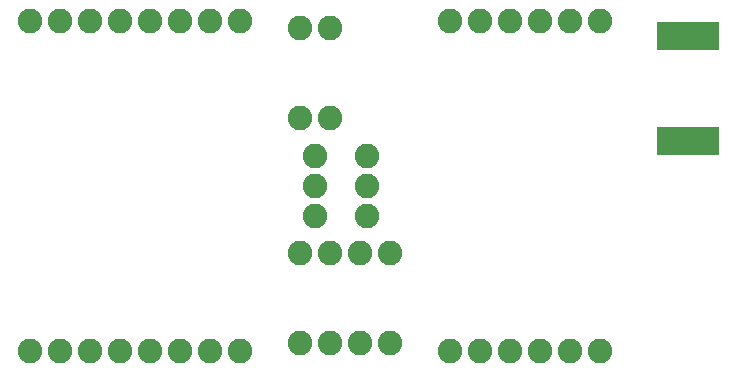
<source format=gbs>
G75*
%MOIN*%
%OFA0B0*%
%FSLAX25Y25*%
%IPPOS*%
%LPD*%
%AMOC8*
5,1,8,0,0,1.08239X$1,22.5*
%
%ADD10R,0.20800X0.09800*%
%ADD11C,0.08200*%
D10*
X0321113Y0130433D03*
X0321113Y0165233D03*
D11*
X0101588Y0060333D03*
X0111588Y0060333D03*
X0121588Y0060333D03*
X0131588Y0060333D03*
X0141588Y0060333D03*
X0151588Y0060333D03*
X0161588Y0060333D03*
X0171588Y0060333D03*
X0191588Y0062833D03*
X0201588Y0062833D03*
X0211588Y0062833D03*
X0221588Y0062833D03*
X0241588Y0060333D03*
X0251588Y0060333D03*
X0261588Y0060333D03*
X0271588Y0060333D03*
X0281588Y0060333D03*
X0291588Y0060333D03*
X0221588Y0092833D03*
X0211588Y0092833D03*
X0201588Y0092833D03*
X0191588Y0092833D03*
X0196588Y0105333D03*
X0214088Y0105333D03*
X0214088Y0115333D03*
X0196588Y0115333D03*
X0196588Y0125333D03*
X0214088Y0125333D03*
X0201588Y0137833D03*
X0191588Y0137833D03*
X0191588Y0167833D03*
X0201588Y0167833D03*
X0171588Y0170333D03*
X0161588Y0170333D03*
X0151588Y0170333D03*
X0141588Y0170333D03*
X0131588Y0170333D03*
X0121588Y0170333D03*
X0111588Y0170333D03*
X0101588Y0170333D03*
X0241588Y0170333D03*
X0251588Y0170333D03*
X0261588Y0170333D03*
X0271588Y0170333D03*
X0281588Y0170333D03*
X0291588Y0170333D03*
M02*

</source>
